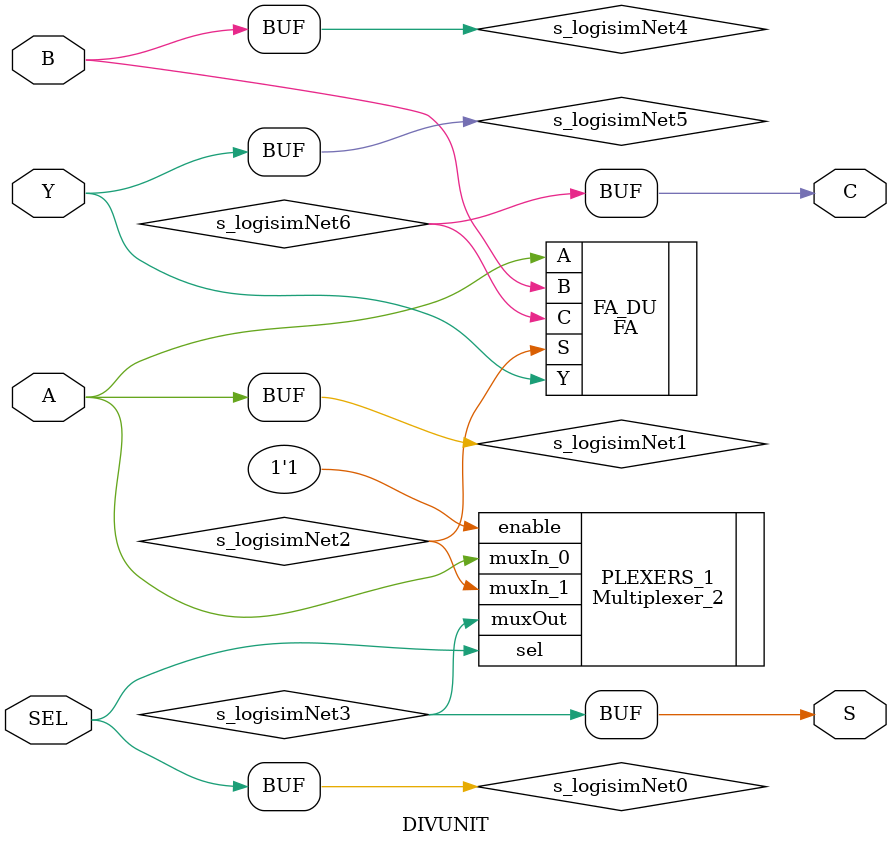
<source format=v>
/******************************************************************************
 ** Logisim-evolution goes FPGA automatic generated Verilog code             **
 ** https://github.com/logisim-evolution/                                    **
 **                                                                          **
 ** Component : DIVUNIT                                                      **
 **                                                                          **
 *****************************************************************************/

module DIVUNIT( A,
                B,
                C,
                S,
                SEL,
                Y );

   /*******************************************************************************
   ** The inputs are defined here                                                **
   *******************************************************************************/
   input A;
   input B;
   input SEL;
   input Y;

   /*******************************************************************************
   ** The outputs are defined here                                               **
   *******************************************************************************/
   output C;
   output S;

   /*******************************************************************************
   ** The wires are defined here                                                 **
   *******************************************************************************/
   wire s_logisimNet0;
   wire s_logisimNet1;
   wire s_logisimNet2;
   wire s_logisimNet3;
   wire s_logisimNet4;
   wire s_logisimNet5;
   wire s_logisimNet6;

   /*******************************************************************************
   ** The module functionality is described here                                 **
   *******************************************************************************/

   /*******************************************************************************
   ** Here all input connections are defined                                     **
   *******************************************************************************/
   assign s_logisimNet0 = SEL;
   assign s_logisimNet1 = A;
   assign s_logisimNet4 = B;
   assign s_logisimNet5 = Y;

   /*******************************************************************************
   ** Here all output connections are defined                                    **
   *******************************************************************************/
   assign C = s_logisimNet6;
   assign S = s_logisimNet3;

   /*******************************************************************************
   ** Here all normal components are defined                                     **
   *******************************************************************************/
   Multiplexer_2   PLEXERS_1 (.enable(1'b1),
                              .muxIn_0(s_logisimNet1),
                              .muxIn_1(s_logisimNet2),
                              .muxOut(s_logisimNet3),
                              .sel(s_logisimNet0));


   /*******************************************************************************
   ** Here all sub-circuits are defined                                          **
   *******************************************************************************/

   FA   FA_DU (.A(s_logisimNet1),
               .B(s_logisimNet4),
               .C(s_logisimNet6),
               .S(s_logisimNet2),
               .Y(s_logisimNet5));

endmodule

</source>
